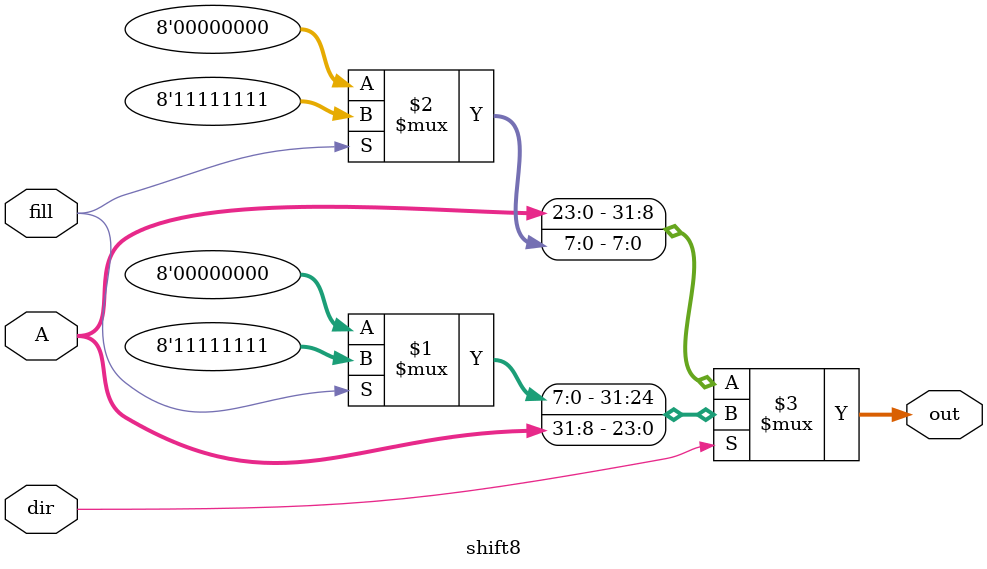
<source format=v>
module shift8(out, A, dir, fill);
    input [31:0] A;
    output [31:0] out;
    input dir, fill;
    
    // if dir is 0, shift left, else shift right
    // if fill is 1, fill with ones, else fill with zeros
    assign out = dir ? {fill ? 8'b11111111 : 8'b00000000, A[31:8]} : {A[23:0], fill ? 8'b11111111 : 8'b00000000};
endmodule
</source>
